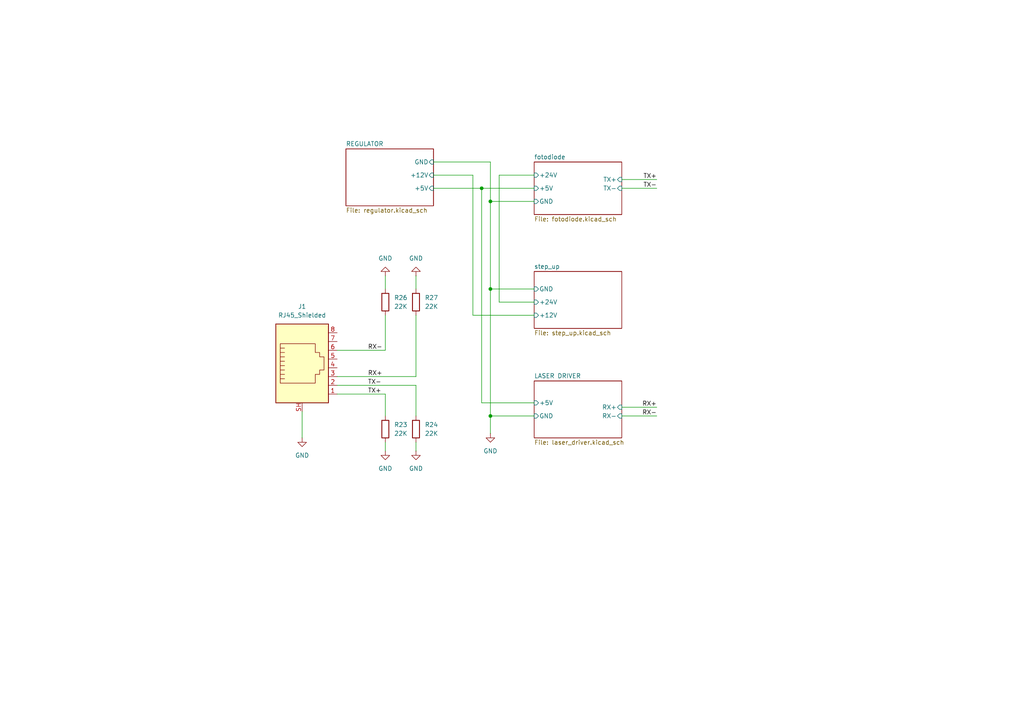
<source format=kicad_sch>
(kicad_sch (version 20231120) (generator "eeschema") (generator_version "8.0")
  (paper "A4")
  (lib_symbols
    (symbol "Connector:RJ45_Shielded" (pin_names (offset 1.016))
      (property "Reference" "J" (at -5.08 13.97 0))
      (property "Value" "RJ45_Shielded" (at 2.54 13.97 0))
      (symbol "RJ45_Shielded_0_1"
        (polyline (pts (xy -5.08 4.445) (xy -6.35 4.445)))
        (polyline (pts (xy -5.08 5.715) (xy -6.35 5.715)))
        (polyline (pts (xy -6.35 -3.175) (xy -5.08 -3.175) (xy -5.08 -3.175)))
        (polyline (pts (xy -6.35 -1.905) (xy -5.08 -1.905) (xy -5.08 -1.905)))
        (polyline (pts (xy -6.35 -0.635) (xy -5.08 -0.635) (xy -5.08 -0.635)))
        (polyline (pts (xy -6.35 0.635) (xy -5.08 0.635) (xy -5.08 0.635)))
        (polyline (pts (xy -6.35 1.905) (xy -5.08 1.905) (xy -5.08 1.905)))
        (polyline (pts (xy -5.08 3.175) (xy -6.35 3.175) (xy -6.35 3.175)))
        (polyline (pts (xy -6.35 -4.445) (xy -6.35 6.985) (xy 3.81 6.985) (xy 3.81 4.445) (xy 5.08 4.445) (xy 5.08 3.175) (xy 6.35 3.175) (xy 6.35 -0.635) (xy 5.08 -0.635) (xy 5.08 -1.905) (xy 3.81 -1.905) (xy 3.81 -4.445) (xy -6.35 -4.445) (xy -6.35 -4.445)))
        (rectangle (start 7.62 12.7) (end -7.62 -10.16) (stroke (width 0.254)) (fill (type background)))
      )
      (symbol "RJ45_Shielded_1_1"
        (pin passive line (at 10.16 -7.62 180) (length 2.54) (name "~") (number "1"))
        (pin passive line (at 10.16 -5.08 180) (length 2.54) (name "~") (number "2"))
        (pin passive line (at 10.16 -2.54 180) (length 2.54) (name "~") (number "3"))
        (pin passive line (at 10.16 0 180) (length 2.54) (name "~") (number "4"))
        (pin passive line (at 10.16 2.54 180) (length 2.54) (name "~") (number "5"))
        (pin passive line (at 10.16 5.08 180) (length 2.54) (name "~") (number "6"))
        (pin passive line (at 10.16 7.62 180) (length 2.54) (name "~") (number "7"))
        (pin passive line (at 10.16 10.16 180) (length 2.54) (name "~") (number "8"))
        (pin passive line (at 0 -12.7 90) (length 2.54) (name "~") (number "SH"))
      )
    )
    (symbol "Device:R" (pin_numbers hide) (pin_names (offset 0))
      (property "Reference" "R" (at 2.032 0 90))
      (property "Value" "R" (at 0 0 90))
      (symbol "R_0_1"
        (rectangle (start -1.016 -2.54) (end 1.016 2.54) (stroke (width 0.254)))
      )
      (symbol "R_1_1"
        (pin passive line (at 0 3.81 270) (length 1.27) (name "~") (number "1"))
        (pin passive line (at 0 -3.81 90) (length 1.27) (name "~") (number "2"))
      )
    )
    (symbol "power:GND" (power) (pin_numbers hide) (pin_names (offset 0) hide)
      (property "Value" "GND" (at 0 -3.81 0))
      (symbol "GND_0_1"
        (polyline (pts (xy 0 0) (xy 0 -1.27) (xy 1.27 -1.27) (xy 0 -2.54) (xy -1.27 -1.27) (xy 0 -1.27)))
      )
      (symbol "GND_1_1"
        (pin power_in line (at 0 0 270) (length 0) (name "~") (number "1"))
      )
    )
  )
  (junction (at 142.24 58.42))
  (junction (at 142.24 83.82))
  (junction (at 142.24 120.65))
  (junction (at 139.7 54.61))
  (wire (pts (xy 142.24 83.82) (xy 142.24 120.65)))
  (wire (pts (xy 144.78 50.8) (xy 144.78 87.63)))
  (wire (pts (xy 139.7 116.84) (xy 139.7 54.61)))
  (wire (pts (xy 125.73 54.61) (xy 139.7 54.61)))
  (wire (pts (xy 97.79 109.22) (xy 120.65 109.22)))
  (wire (pts (xy 139.7 54.61) (xy 154.94 54.61)))
  (wire (pts (xy 154.94 50.8) (xy 144.78 50.8)))
  (wire (pts (xy 142.24 120.65) (xy 154.94 120.65)))
  (wire (pts (xy 142.24 120.65) (xy 142.24 125.73)))
  (wire (pts (xy 97.79 101.6) (xy 111.76 101.6)))
  (wire (pts (xy 142.24 58.42) (xy 154.94 58.42)))
  (wire (pts (xy 180.34 54.61) (xy 190.5 54.61)))
  (wire (pts (xy 111.76 128.27) (xy 111.76 130.81)))
  (wire (pts (xy 137.16 91.44) (xy 154.94 91.44)))
  (wire (pts (xy 111.76 114.3) (xy 111.76 120.65)))
  (wire (pts (xy 125.73 46.99) (xy 142.24 46.99)))
  (wire (pts (xy 97.79 114.3) (xy 111.76 114.3)))
  (wire (pts (xy 111.76 80.01) (xy 111.76 83.82)))
  (wire (pts (xy 190.5 118.11) (xy 180.34 118.11)))
  (wire (pts (xy 97.79 111.76) (xy 120.65 111.76)))
  (wire (pts (xy 142.24 58.42) (xy 142.24 83.82)))
  (wire (pts (xy 111.76 101.6) (xy 111.76 91.44)))
  (wire (pts (xy 142.24 46.99) (xy 142.24 58.42)))
  (wire (pts (xy 142.24 83.82) (xy 154.94 83.82)))
  (wire (pts (xy 190.5 120.65) (xy 180.34 120.65)))
  (wire (pts (xy 120.65 128.27) (xy 120.65 130.81)))
  (wire (pts (xy 137.16 50.8) (xy 137.16 91.44)))
  (wire (pts (xy 87.63 119.38) (xy 87.63 127)))
  (wire (pts (xy 120.65 80.01) (xy 120.65 83.82)))
  (wire (pts (xy 144.78 87.63) (xy 154.94 87.63)))
  (wire (pts (xy 125.73 50.8) (xy 137.16 50.8)))
  (wire (pts (xy 120.65 111.76) (xy 120.65 120.65)))
  (wire (pts (xy 120.65 109.22) (xy 120.65 91.44)))
  (wire (pts (xy 180.34 52.07) (xy 190.5 52.07)))
  (wire (pts (xy 154.94 116.84) (xy 139.7 116.84)))
  (label "TX+" (at 106.68 114.3 0))
  (label "RX+" (at 106.68 109.22 0))
  (label "TX-" (at 190.5 54.61 180))
  (label "RX+" (at 190.5 118.11 180))
  (label "TX-" (at 106.68 111.76 0))
  (label "TX+" (at 190.5 52.07 180))
  (label "RX-" (at 106.68 101.6 0))
  (label "RX-" (at 190.5 120.65 180))
  (symbol (lib_id "power:GND") (at 111.76 80.01 180) (unit 1)
    (property "Reference" "#PWR027" (effects (hide yes)))
    (property "Value" "GND" (at 111.76 74.93 0))
    (property "Description" "Power symbol creates a global label with name \"GND\" , ground" (effects (hide yes)))
  )
  (symbol (lib_id "power:GND") (at 87.63 127 0) (unit 1)
    (property "Reference" "#PWR026" (effects (hide yes)))
    (property "Value" "GND" (at 87.63 132.08 0))
    (property "Description" "Power symbol creates a global label with name \"GND\" , ground" (effects (hide yes)))
  )
  (symbol (lib_id "power:GND") (at 120.65 130.81 0) (unit 1)
    (property "Reference" "#PWR025" (effects (hide yes)))
    (property "Value" "GND" (at 120.65 135.89 0))
    (property "Description" "Power symbol creates a global label with name \"GND\" , ground" (effects (hide yes)))
  )
  (symbol (lib_id "power:GND") (at 111.76 130.81 0) (unit 1)
    (property "Reference" "#PWR024" (effects (hide yes)))
    (property "Value" "GND" (at 111.76 135.89 0))
    (property "Description" "Power symbol creates a global label with name \"GND\" , ground" (effects (hide yes)))
  )
  (symbol (lib_id "Device:R") (at 111.76 124.46 180) (unit 1)
    (property "Reference" "R23" (at 114.3 123.1899 0) (effects (justify right)))
    (property "Value" "22K" (at 114.3 125.7299 0) (effects (justify right)))
    (property "Footprint" "Resistor_SMD:R_0805_2012Metric_Pad1.20x1.40mm_HandSolder" (effects (hide yes)))
    (property "Description" "Resistor" (effects (hide yes)))
  )
  (symbol (lib_id "power:GND") (at 120.65 80.01 180) (unit 1)
    (property "Reference" "#PWR028" (effects (hide yes)))
    (property "Value" "GND" (at 120.65 74.93 0))
    (property "Description" "Power symbol creates a global label with name \"GND\" , ground" (effects (hide yes)))
  )
  (symbol (lib_id "Device:R") (at 111.76 87.63 180) (unit 1)
    (property "Reference" "R26" (at 114.3 86.3599 0) (effects (justify right)))
    (property "Value" "22K" (at 114.3 88.8999 0) (effects (justify right)))
    (property "Footprint" "Resistor_SMD:R_0805_2012Metric_Pad1.20x1.40mm_HandSolder" (effects (hide yes)))
    (property "Description" "Resistor" (effects (hide yes)))
  )
  (symbol (lib_id "power:GND") (at 142.24 125.73 0) (unit 1)
    (property "Reference" "#PWR029" (effects (hide yes)))
    (property "Value" "GND" (at 142.24 130.81 0))
    (property "Description" "Power symbol creates a global label with name \"GND\" , ground" (effects (hide yes)))
  )
  (symbol (lib_id "Connector:RJ45_Shielded") (at 87.63 106.68 0) (unit 1)
    (property "Reference" "J1" (at 87.63 88.9 0))
    (property "Value" "RJ45_Shielded" (at 87.63 91.44 0))
    (property "Footprint" "Connector_RJ:RJ45_Amphenol_RJHSE5380" (effects (hide yes)))
    (property "Description" "RJ connector, 8P8C (8 positions 8 connected), Shielded" (effects (hide yes)))
    (property "URL" "https://www.digikey.com/en/products/detail/amphenol-cs-commercial-products/RJHSE-5380/1242692" (effects (hide yes)))
  )
  (symbol (lib_id "Device:R") (at 120.65 87.63 180) (unit 1)
    (property "Reference" "R27" (at 123.19 86.3599 0) (effects (justify right)))
    (property "Value" "22K" (at 123.19 88.8999 0) (effects (justify right)))
    (property "Footprint" "Resistor_SMD:R_0805_2012Metric_Pad1.20x1.40mm_HandSolder" (effects (hide yes)))
    (property "Description" "Resistor" (effects (hide yes)))
  )
  (symbol (lib_id "Device:R") (at 120.65 124.46 180) (unit 1)
    (property "Reference" "R24" (at 123.19 123.1899 0) (effects (justify right)))
    (property "Value" "22K" (at 123.19 125.7299 0) (effects (justify right)))
    (property "Footprint" "Resistor_SMD:R_0805_2012Metric_Pad1.20x1.40mm_HandSolder" (effects (hide yes)))
    (property "Description" "Resistor" (effects (hide yes)))
  )
  (sheet (at 100.33 43.18) (size 25.4 16.51) (stroke (width 0.1524))
    (property "Sheetname" "REGULATOR" (at 100.33 42.4684 0) (effects (justify left bottom)))
    (property "Sheetfile" "regulator.kicad_sch" (at 100.33 60.2746 0) (effects (justify left top)))
    (pin "+5V" input (at 125.73 54.61 0))
    (pin "+12V" input (at 125.73 50.8 0))
    (pin "GND" input (at 125.73 46.99 0))
  )
  (sheet (at 154.94 78.74) (size 25.4 16.51) (stroke (width 0.1524))
    (property "Sheetname" "step_up" (at 154.94 78.0284 0) (effects (justify left bottom)))
    (property "Sheetfile" "step_up.kicad_sch" (at 154.94 95.8346 0) (effects (justify left top)))
    (pin "GND" input (at 154.94 83.82 180))
    (pin "+24V" input (at 154.94 87.63 180))
    (pin "+12V" input (at 154.94 91.44 180))
  )
  (sheet (at 154.94 110.49) (size 25.4 16.51) (stroke (width 0.1524))
    (property "Sheetname" "LASER DRIVER" (at 154.94 109.7784 0) (effects (justify left bottom)))
    (property "Sheetfile" "laser_driver.kicad_sch" (at 154.94 127.5846 0) (effects (justify left top)))
    (pin "GND" input (at 154.94 120.65 180))
    (pin "+5V" input (at 154.94 116.84 180))
    (pin "RX-" input (at 180.34 120.65 0))
    (pin "RX+" input (at 180.34 118.11 0))
  )
  (sheet (at 154.94 46.99) (size 25.4 15.24) (stroke (width 0.1524))
    (property "Sheetname" "fotodiode" (at 154.94 46.2784 0) (effects (justify left bottom)))
    (property "Sheetfile" "fotodiode.kicad_sch" (at 154.94 62.8146 0) (effects (justify left top)))
    (pin "+5V" input (at 154.94 54.61 180))
    (pin "+24V" input (at 154.94 50.8 180))
    (pin "GND" input (at 154.94 58.42 180))
    (pin "TX+" input (at 180.34 52.07 0))
    (pin "TX-" input (at 180.34 54.61 0))
  )
)
</source>
